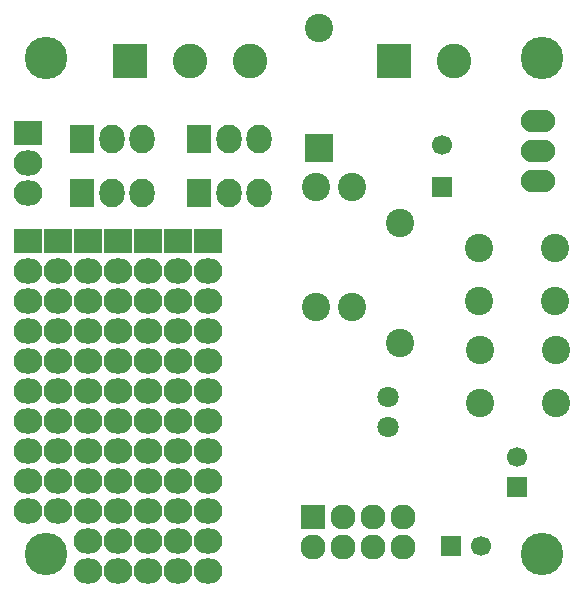
<source format=gts>
G04 #@! TF.GenerationSoftware,KiCad,Pcbnew,no-vcs-found-7587~57~ubuntu16.04.1*
G04 #@! TF.CreationDate,2017-02-03T16:46:45-05:00*
G04 #@! TF.ProjectId,esp8266,657370383236362E6B696361645F7063,rev?*
G04 #@! TF.FileFunction,Soldermask,Top*
G04 #@! TF.FilePolarity,Negative*
%FSLAX46Y46*%
G04 Gerber Fmt 4.6, Leading zero omitted, Abs format (unit mm)*
G04 Created by KiCad (PCBNEW no-vcs-found-7587~57~ubuntu16.04.1) date Fri Feb  3 16:46:45 2017*
%MOMM*%
%LPD*%
G01*
G04 APERTURE LIST*
%ADD10C,0.100000*%
%ADD11R,2.127200X2.127200*%
%ADD12O,2.127200X2.127200*%
%ADD13R,2.432000X2.127200*%
%ADD14O,2.432000X2.127200*%
%ADD15C,3.600000*%
%ADD16R,1.700000X1.700000*%
%ADD17C,1.700000*%
%ADD18C,2.398980*%
%ADD19R,2.398980X2.398980*%
%ADD20R,2.940000X2.940000*%
%ADD21C,2.940000*%
%ADD22O,2.899360X1.901140*%
%ADD23O,2.127200X2.432000*%
%ADD24R,2.127200X2.432000*%
%ADD25C,1.797000*%
%ADD26C,2.400000*%
G04 APERTURE END LIST*
D10*
D11*
X26670000Y-42888000D03*
D12*
X26670000Y-45428000D03*
X29210000Y-42888000D03*
X29210000Y-45428000D03*
X31750000Y-42888000D03*
X31750000Y-45428000D03*
X34290000Y-42888000D03*
X34290000Y-45428000D03*
D13*
X15240000Y-19520000D03*
D14*
X15240000Y-22060000D03*
X15240000Y-24600000D03*
X15240000Y-27140000D03*
X15240000Y-29680000D03*
X15240000Y-32220000D03*
X15240000Y-34760000D03*
X15240000Y-37300000D03*
X15240000Y-39840000D03*
X15240000Y-42380000D03*
X15240000Y-44920000D03*
X15240000Y-47460000D03*
D13*
X12700000Y-19520000D03*
D14*
X12700000Y-22060000D03*
X12700000Y-24600000D03*
X12700000Y-27140000D03*
X12700000Y-29680000D03*
X12700000Y-32220000D03*
X12700000Y-34760000D03*
X12700000Y-37300000D03*
X12700000Y-39840000D03*
X12700000Y-42380000D03*
X12700000Y-44920000D03*
X12700000Y-47460000D03*
D13*
X10160000Y-19520000D03*
D14*
X10160000Y-22060000D03*
X10160000Y-24600000D03*
X10160000Y-27140000D03*
X10160000Y-29680000D03*
X10160000Y-32220000D03*
X10160000Y-34760000D03*
X10160000Y-37300000D03*
X10160000Y-39840000D03*
X10160000Y-42380000D03*
X10160000Y-44920000D03*
X10160000Y-47460000D03*
D13*
X7620000Y-19520000D03*
D14*
X7620000Y-22060000D03*
X7620000Y-24600000D03*
X7620000Y-27140000D03*
X7620000Y-29680000D03*
X7620000Y-32220000D03*
X7620000Y-34760000D03*
X7620000Y-37300000D03*
X7620000Y-39840000D03*
X7620000Y-42380000D03*
X7620000Y-44920000D03*
X7620000Y-47460000D03*
D13*
X5080000Y-19520000D03*
D14*
X5080000Y-22060000D03*
X5080000Y-24600000D03*
X5080000Y-27140000D03*
X5080000Y-29680000D03*
X5080000Y-32220000D03*
X5080000Y-34760000D03*
X5080000Y-37300000D03*
X5080000Y-39840000D03*
X5080000Y-42380000D03*
X17780000Y-47460000D03*
X17780000Y-44920000D03*
X17780000Y-42380000D03*
X17780000Y-39840000D03*
X17780000Y-37300000D03*
X17780000Y-34760000D03*
X17780000Y-32220000D03*
X17780000Y-29680000D03*
X17780000Y-27140000D03*
X17780000Y-24600000D03*
X17780000Y-22060000D03*
D13*
X17780000Y-19520000D03*
D14*
X2540000Y-42380000D03*
X2540000Y-39840000D03*
X2540000Y-37300000D03*
X2540000Y-34760000D03*
X2540000Y-32220000D03*
X2540000Y-29680000D03*
X2540000Y-27140000D03*
X2540000Y-24600000D03*
X2540000Y-22060000D03*
D13*
X2540000Y-19520000D03*
D15*
X46000000Y-4000000D03*
X4000000Y-4000000D03*
X4000000Y-46000000D03*
D16*
X43942000Y-40308000D03*
D17*
X43942000Y-37808000D03*
D18*
X27178000Y-1486000D03*
D19*
X27178000Y-11646000D03*
D20*
X11176000Y-4280000D03*
D21*
X16256000Y-4280000D03*
X21336000Y-4280000D03*
D13*
X2540000Y-10376000D03*
D14*
X2540000Y-12916000D03*
X2540000Y-15456000D03*
D22*
X45720000Y-11900000D03*
X45720000Y-9360000D03*
X45720000Y-14440000D03*
D15*
X46000000Y-46000000D03*
D17*
X37592000Y-11392000D03*
D16*
X37592000Y-14892000D03*
D23*
X22098000Y-10884000D03*
X19558000Y-10884000D03*
D24*
X17018000Y-10884000D03*
X17018000Y-15456000D03*
D23*
X19558000Y-15456000D03*
X22098000Y-15456000D03*
X12192000Y-10884000D03*
X9652000Y-10884000D03*
D24*
X7112000Y-10884000D03*
X7112000Y-15456000D03*
D23*
X9652000Y-15456000D03*
X12192000Y-15456000D03*
D25*
X33020000Y-32728000D03*
X33020000Y-35268000D03*
D26*
X40744000Y-33236000D03*
X40744000Y-28736000D03*
X47244000Y-33236000D03*
X47244000Y-28736000D03*
X40665400Y-24600000D03*
X40665400Y-20100000D03*
X47165400Y-24600000D03*
X47165400Y-20100000D03*
D21*
X38608000Y-4280000D03*
D20*
X33528000Y-4280000D03*
D18*
X26924000Y-25108000D03*
X26924000Y-14948000D03*
X29972000Y-14948000D03*
X29972000Y-25108000D03*
X34036000Y-17996000D03*
X34036000Y-28156000D03*
D16*
X38360000Y-45300000D03*
D17*
X40860000Y-45300000D03*
M02*

</source>
